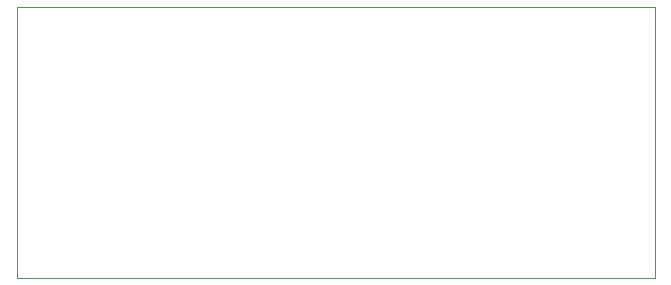
<source format=gm1>
%TF.GenerationSoftware,KiCad,Pcbnew,(6.0.5)*%
%TF.CreationDate,2022-06-04T23:49:02-06:00*%
%TF.ProjectId,PMOD_HDMI,504d4f44-5f48-4444-9d49-2e6b69636164,rev?*%
%TF.SameCoordinates,Original*%
%TF.FileFunction,Profile,NP*%
%FSLAX46Y46*%
G04 Gerber Fmt 4.6, Leading zero omitted, Abs format (unit mm)*
G04 Created by KiCad (PCBNEW (6.0.5)) date 2022-06-04 23:49:02*
%MOMM*%
%LPD*%
G01*
G04 APERTURE LIST*
%TA.AperFunction,Profile*%
%ADD10C,0.100000*%
%TD*%
G04 APERTURE END LIST*
D10*
X73660000Y-92710000D02*
X127705458Y-92710000D01*
X127705458Y-92710000D02*
X127705458Y-115606903D01*
X127705458Y-115606903D02*
X73660000Y-115606903D01*
X73660000Y-115606903D02*
X73660000Y-92710000D01*
M02*

</source>
